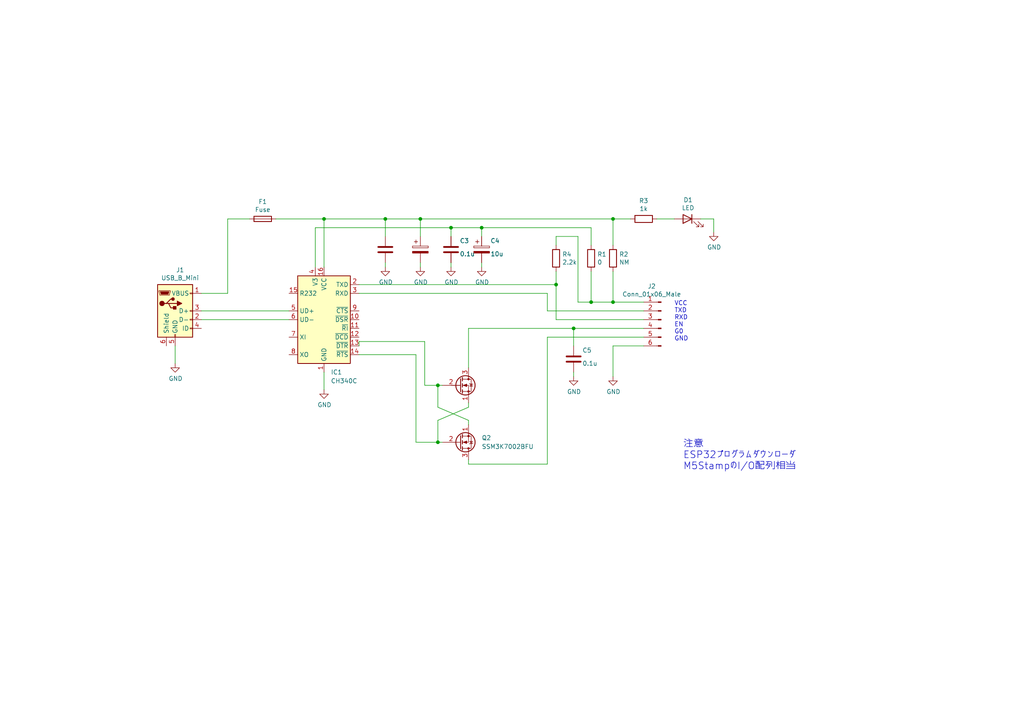
<source format=kicad_sch>
(kicad_sch (version 20230121) (generator eeschema)
  (paper "A4")
  (title_block (title "M5Stamp Downloader") (date "2022-05-03") (rev "0") (company "JK1MLY"))
  (lib_symbols
    (symbol "Connector:Conn_01x06_Male" (pin_names (offset 1.016) hide)
      (property "Reference" "J" (at 0 7.62 0))
      (property "Value" "Conn_01x06_Male" (at 0 -10.16 0))
      (symbol "Conn_01x06_Male_1_1"
        (polyline (pts (xy 1.27 -7.62) (xy 0.8636 -7.62)) (stroke (width 0.1524)))
        (polyline (pts (xy 1.27 -5.08) (xy 0.8636 -5.08)) (stroke (width 0.1524)))
        (polyline (pts (xy 1.27 -2.54) (xy 0.8636 -2.54)) (stroke (width 0.1524)))
        (polyline (pts (xy 1.27 0) (xy 0.8636 0)) (stroke (width 0.1524)))
        (polyline (pts (xy 1.27 2.54) (xy 0.8636 2.54)) (stroke (width 0.1524)))
        (polyline (pts (xy 1.27 5.08) (xy 0.8636 5.08)) (stroke (width 0.1524)))
        (rectangle (start 0.8636 -7.493) (end 0 -7.747) (stroke (width 0.1524)) (fill (type outline)))
        (rectangle (start 0.8636 -4.953) (end 0 -5.207) (stroke (width 0.1524)) (fill (type outline)))
        (rectangle (start 0.8636 -2.413) (end 0 -2.667) (stroke (width 0.1524)) (fill (type outline)))
        (rectangle (start 0.8636 0.127) (end 0 -0.127) (stroke (width 0.1524)) (fill (type outline)))
        (rectangle (start 0.8636 2.667) (end 0 2.413) (stroke (width 0.1524)) (fill (type outline)))
        (rectangle (start 0.8636 5.207) (end 0 4.953) (stroke (width 0.1524)) (fill (type outline)))
        (pin passive line (at 5.08 5.08 180) (length 3.81) (name "Pin_1") (number "1"))
        (pin passive line (at 5.08 2.54 180) (length 3.81) (name "Pin_2") (number "2"))
        (pin passive line (at 5.08 0 180) (length 3.81) (name "Pin_3") (number "3"))
        (pin passive line (at 5.08 -2.54 180) (length 3.81) (name "Pin_4") (number "4"))
        (pin passive line (at 5.08 -5.08 180) (length 3.81) (name "Pin_5") (number "5"))
        (pin passive line (at 5.08 -7.62 180) (length 3.81) (name "Pin_6") (number "6"))
      )
    )
    (symbol "Connector:USB_B_Mini" (pin_names (offset 1.016))
      (property "Reference" "J" (at -5.08 11.43 0))
      (property "Value" "USB_B_Mini" (at -5.08 8.89 0))
      (symbol "USB_B_Mini_0_1"
        (rectangle (start -5.08 -7.62) (end 5.08 7.62) (stroke (width 0.254)) (fill (type background)))
        (circle (center -3.81 2.159) (radius 0.635) (stroke (width 0.254)) (fill (type outline)))
        (circle (center -0.635 3.429) (radius 0.381) (stroke (width 0.254)) (fill (type outline)))
        (rectangle (start -0.127 -7.62) (end 0.127 -6.858))
        (polyline (pts (xy -1.905 2.159) (xy 0.635 2.159)) (stroke (width 0.254)))
        (polyline (pts (xy -3.175 2.159) (xy -2.54 2.159) (xy -1.27 3.429) (xy -0.635 3.429)) (stroke (width 0.254)))
        (polyline (pts (xy -2.54 2.159) (xy -1.905 2.159) (xy -1.27 0.889) (xy 0 0.889)) (stroke (width 0.254)))
        (polyline (pts (xy 0.635 2.794) (xy 0.635 1.524) (xy 1.905 2.159) (xy 0.635 2.794)) (stroke (width 0.254)) (fill (type outline)))
        (polyline (pts (xy -4.318 5.588) (xy -1.778 5.588) (xy -2.032 4.826) (xy -4.064 4.826) (xy -4.318 5.588)) (fill (type outline)))
        (polyline (pts (xy -4.699 5.842) (xy -4.699 5.588) (xy -4.445 4.826) (xy -4.445 4.572) (xy -1.651 4.572) (xy -1.651 4.826) (xy -1.397 5.588) (xy -1.397 5.842) (xy -4.699 5.842)))
        (rectangle (start 0.254 1.27) (end -0.508 0.508) (stroke (width 0.254)) (fill (type outline)))
        (rectangle (start 5.08 -5.207) (end 4.318 -4.953))
        (rectangle (start 5.08 -2.667) (end 4.318 -2.413))
        (rectangle (start 5.08 -0.127) (end 4.318 0.127))
        (rectangle (start 5.08 4.953) (end 4.318 5.207))
      )
      (symbol "USB_B_Mini_1_1"
        (pin power_out line (at 7.62 5.08 180) (length 2.54) (name "VBUS") (number "1"))
        (pin bidirectional line (at 7.62 -2.54 180) (length 2.54) (name "D-") (number "2"))
        (pin bidirectional line (at 7.62 0 180) (length 2.54) (name "D+") (number "3"))
        (pin passive line (at 7.62 -5.08 180) (length 2.54) (name "ID") (number "4"))
        (pin power_out line (at 0 -10.16 90) (length 2.54) (name "GND") (number "5"))
        (pin passive line (at -2.54 -10.16 90) (length 2.54) (name "Shield") (number "6"))
      )
    )
    (symbol "Device:C" (pin_numbers hide) (pin_names (offset 0.254))
      (property "Reference" "C" (at 0.635 2.54 0))
      (property "Value" "C" (at 0.635 -2.54 0))
      (symbol "C_0_1"
        (polyline (pts (xy -2.032 -0.762) (xy 2.032 -0.762)) (stroke (width 0.508)))
        (polyline (pts (xy -2.032 0.762) (xy 2.032 0.762)) (stroke (width 0.508)))
      )
      (symbol "C_1_1"
        (pin passive line (at 0 3.81 270) (length 2.794) (name "~") (number "1"))
        (pin passive line (at 0 -3.81 90) (length 2.794) (name "~") (number "2"))
      )
    )
    (symbol "Device:C_Polarized" (pin_numbers hide) (pin_names (offset 0.254))
      (property "Reference" "C" (at 0.635 2.54 0))
      (property "Value" "C_Polarized" (at 0.635 -2.54 0))
      (symbol "C_Polarized_0_1"
        (rectangle (start -2.286 0.508) (end 2.286 1.016))
        (polyline (pts (xy -1.778 2.286) (xy -0.762 2.286)))
        (polyline (pts (xy -1.27 2.794) (xy -1.27 1.778)))
        (rectangle (start 2.286 -0.508) (end -2.286 -1.016) (fill (type outline)))
      )
      (symbol "C_Polarized_1_1"
        (pin passive line (at 0 3.81 270) (length 2.794) (name "~") (number "1"))
        (pin passive line (at 0 -3.81 90) (length 2.794) (name "~") (number "2"))
      )
    )
    (symbol "Device:Fuse" (pin_numbers hide) (pin_names (offset 0))
      (property "Reference" "F" (at 2.032 0 90))
      (property "Value" "Fuse" (at -1.905 0 90))
      (symbol "Fuse_0_1"
        (rectangle (start -0.762 -2.54) (end 0.762 2.54) (stroke (width 0.254)))
        (polyline (pts (xy 0 2.54) (xy 0 -2.54)))
      )
      (symbol "Fuse_1_1"
        (pin passive line (at 0 3.81 270) (length 1.27) (name "~") (number "1"))
        (pin passive line (at 0 -3.81 90) (length 1.27) (name "~") (number "2"))
      )
    )
    (symbol "Device:LED" (pin_numbers hide) (pin_names (offset 1.016) hide)
      (property "Reference" "D" (at 0 2.54 0))
      (property "Value" "LED" (at 0 -2.54 0))
      (symbol "LED_0_1"
        (polyline (pts (xy -1.27 -1.27) (xy -1.27 1.27)) (stroke (width 0.254)))
        (polyline (pts (xy -1.27 0) (xy 1.27 0)))
        (polyline (pts (xy 1.27 -1.27) (xy 1.27 1.27) (xy -1.27 0) (xy 1.27 -1.27)) (stroke (width 0.254)))
        (polyline (pts (xy -3.048 -0.762) (xy -4.572 -2.286) (xy -3.81 -2.286) (xy -4.572 -2.286) (xy -4.572 -1.524)))
        (polyline (pts (xy -1.778 -0.762) (xy -3.302 -2.286) (xy -2.54 -2.286) (xy -3.302 -2.286) (xy -3.302 -1.524)))
      )
      (symbol "LED_1_1"
        (pin passive line (at -3.81 0 0) (length 2.54) (name "K") (number "1"))
        (pin passive line (at 3.81 0 180) (length 2.54) (name "A") (number "2"))
      )
    )
    (symbol "Device:Q_NMOS_SGD" (pin_names (offset 0) hide)
      (property "Reference" "Q" (at 5.08 1.27 0))
      (property "Value" "Q_NMOS_SGD" (at 5.08 -1.27 0))
      (symbol "Q_NMOS_SGD_0_1"
        (polyline (pts (xy 0.254 0) (xy -2.54 0)))
        (polyline (pts (xy 0.254 1.905) (xy 0.254 -1.905)) (stroke (width 0.254)))
        (polyline (pts (xy 0.762 -1.27) (xy 0.762 -2.286)) (stroke (width 0.254)))
        (polyline (pts (xy 0.762 0.508) (xy 0.762 -0.508)) (stroke (width 0.254)))
        (polyline (pts (xy 0.762 2.286) (xy 0.762 1.27)) (stroke (width 0.254)))
        (polyline (pts (xy 2.54 2.54) (xy 2.54 1.778)))
        (polyline (pts (xy 2.54 -2.54) (xy 2.54 0) (xy 0.762 0)))
        (polyline (pts (xy 0.762 -1.778) (xy 3.302 -1.778) (xy 3.302 1.778) (xy 0.762 1.778)))
        (polyline (pts (xy 1.016 0) (xy 2.032 0.381) (xy 2.032 -0.381) (xy 1.016 0)) (fill (type outline)))
        (polyline (pts (xy 2.794 0.508) (xy 2.921 0.381) (xy 3.683 0.381) (xy 3.81 0.254)))
        (polyline (pts (xy 3.302 0.381) (xy 2.921 -0.254) (xy 3.683 -0.254) (xy 3.302 0.381)))
        (circle (center 1.651 0) (radius 2.794) (stroke (width 0.254)))
        (circle (center 2.54 -1.778) (radius 0.254) (fill (type outline)))
        (circle (center 2.54 1.778) (radius 0.254) (fill (type outline)))
      )
      (symbol "Q_NMOS_SGD_1_1"
        (pin passive line (at 2.54 -5.08 90) (length 2.54) (name "S") (number "1"))
        (pin input line (at -5.08 0 0) (length 5.08) (name "G") (number "2"))
        (pin passive line (at 2.54 5.08 270) (length 2.54) (name "D") (number "3"))
      )
    )
    (symbol "Device:R" (pin_numbers hide) (pin_names (offset 0))
      (property "Reference" "R" (at 2.032 0 90))
      (property "Value" "R" (at 0 0 90))
      (symbol "R_0_1"
        (rectangle (start -1.016 -2.54) (end 1.016 2.54) (stroke (width 0.254)))
      )
      (symbol "R_1_1"
        (pin passive line (at 0 3.81 270) (length 1.27) (name "~") (number "1"))
        (pin passive line (at 0 -3.81 90) (length 1.27) (name "~") (number "2"))
      )
    )
    (symbol "Interface_USB:CH340G"
      (property "Reference" "U" (at -5.08 13.97 0))
      (property "Value" "CH340G" (at 1.27 13.97 0))
      (symbol "CH340G_0_1"
        (rectangle (start -7.62 12.7) (end 7.62 -12.7) (stroke (width 0.254)) (fill (type background)))
      )
      (symbol "CH340G_1_1"
        (pin power_in line (at 0 -15.24 90) (length 2.54) (name "GND") (number "1"))
        (pin input line (at 10.16 0 180) (length 2.54) (name "~{DSR}") (number "10"))
        (pin input line (at 10.16 -2.54 180) (length 2.54) (name "~{RI}") (number "11"))
        (pin input line (at 10.16 -5.08 180) (length 2.54) (name "~{DCD}") (number "12"))
        (pin output line (at 10.16 -7.62 180) (length 2.54) (name "~{DTR}") (number "13"))
        (pin output line (at 10.16 -10.16 180) (length 2.54) (name "~{RTS}") (number "14"))
        (pin input line (at -10.16 7.62 0) (length 2.54) (name "R232") (number "15"))
        (pin power_in line (at 0 15.24 270) (length 2.54) (name "VCC") (number "16"))
        (pin output line (at 10.16 10.16 180) (length 2.54) (name "TXD") (number "2"))
        (pin input line (at 10.16 7.62 180) (length 2.54) (name "RXD") (number "3"))
        (pin passive line (at -2.54 15.24 270) (length 2.54) (name "V3") (number "4"))
        (pin bidirectional line (at -10.16 2.54 0) (length 2.54) (name "UD+") (number "5"))
        (pin bidirectional line (at -10.16 0 0) (length 2.54) (name "UD-") (number "6"))
        (pin input line (at -10.16 -5.08 0) (length 2.54) (name "XI") (number "7"))
        (pin output line (at -10.16 -10.16 0) (length 2.54) (name "XO") (number "8"))
        (pin input line (at 10.16 2.54 180) (length 2.54) (name "~{CTS}") (number "9"))
      )
    )
    (symbol "power:GND" (power) (pin_names (offset 0))
      (property "Value" "GND" (at 0 -3.81 0))
      (symbol "GND_0_1"
        (polyline (pts (xy 0 0) (xy 0 -1.27) (xy 1.27 -1.27) (xy 0 -2.54) (xy -1.27 -1.27) (xy 0 -1.27)))
      )
      (symbol "GND_1_1"
        (pin power_in line (at 0 0 270) (length 0) hide (name "GND") (number "1"))
      )
    )
  )
  (junction (at 127 111.76))
  (junction (at 127 128.27))
  (junction (at 111.76 63.5))
  (junction (at 121.92 63.5))
  (junction (at 161.29 82.55))
  (junction (at 139.7 66.04))
  (junction (at 130.81 66.04))
  (junction (at 177.8 63.5))
  (junction (at 93.98 63.5))
  (junction (at 166.37 95.25))
  (junction (at 171.45 87.63))
  (junction (at 177.8 87.63))
  (wire (pts (xy 167.64 68.58) (xy 167.64 87.63)))
  (wire (pts (xy 104.14 82.55) (xy 161.29 82.55)))
  (wire (pts (xy 186.69 92.71) (xy 161.29 92.71)))
  (wire (pts (xy 135.89 116.84) (xy 135.89 118.11)))
  (wire (pts (xy 93.98 63.5) (xy 111.76 63.5)))
  (wire (pts (xy 91.44 66.04) (xy 91.44 77.47)))
  (wire (pts (xy 104.14 102.87) (xy 120.65 102.87)))
  (wire (pts (xy 161.29 71.12) (xy 161.29 68.58)))
  (wire (pts (xy 186.69 95.25) (xy 166.37 95.25)))
  (wire (pts (xy 161.29 68.58) (xy 167.64 68.58)))
  (wire (pts (xy 130.81 76.2) (xy 130.81 77.47)))
  (wire (pts (xy 123.19 99.06) (xy 123.19 111.76)))
  (wire (pts (xy 166.37 95.25) (xy 135.89 95.25)))
  (wire (pts (xy 186.69 90.17) (xy 158.75 90.17)))
  (wire (pts (xy 58.42 85.09) (xy 66.04 85.09)))
  (wire (pts (xy 120.65 128.27) (xy 127 128.27)))
  (wire (pts (xy 50.8 100.33) (xy 50.8 105.41)))
  (wire (pts (xy 91.44 66.04) (xy 130.81 66.04)))
  (wire (pts (xy 186.69 100.33) (xy 177.8 100.33)))
  (wire (pts (xy 80.01 63.5) (xy 93.98 63.5)))
  (wire (pts (xy 127 128.27) (xy 128.27 128.27)))
  (wire (pts (xy 167.64 87.63) (xy 171.45 87.63)))
  (wire (pts (xy 207.01 63.5) (xy 207.01 67.31)))
  (wire (pts (xy 135.89 133.35) (xy 135.89 134.62)))
  (wire (pts (xy 171.45 78.74) (xy 171.45 87.63)))
  (wire (pts (xy 83.82 92.71) (xy 58.42 92.71)))
  (wire (pts (xy 135.89 95.25) (xy 135.89 106.68)))
  (wire (pts (xy 111.76 76.2) (xy 111.76 77.47)))
  (wire (pts (xy 177.8 87.63) (xy 186.69 87.63)))
  (wire (pts (xy 58.42 90.17) (xy 83.82 90.17)))
  (wire (pts (xy 121.92 63.5) (xy 121.92 68.58)))
  (wire (pts (xy 135.89 134.62) (xy 158.75 134.62)))
  (wire (pts (xy 104.14 85.09) (xy 158.75 85.09)))
  (wire (pts (xy 93.98 107.95) (xy 93.98 113.03)))
  (wire (pts (xy 166.37 107.95) (xy 166.37 109.22)))
  (wire (pts (xy 139.7 66.04) (xy 139.7 68.58)))
  (wire (pts (xy 139.7 66.04) (xy 171.45 66.04)))
  (wire (pts (xy 66.04 63.5) (xy 72.39 63.5)))
  (wire (pts (xy 127 111.76) (xy 127 118.11)))
  (wire (pts (xy 66.04 85.09) (xy 66.04 63.5)))
  (wire (pts (xy 135.89 123.19) (xy 135.89 121.92)))
  (wire (pts (xy 127 121.92) (xy 135.89 118.11)))
  (wire (pts (xy 166.37 95.25) (xy 166.37 100.33)))
  (wire (pts (xy 182.88 63.5) (xy 177.8 63.5)))
  (wire (pts (xy 171.45 66.04) (xy 171.45 71.12)))
  (wire (pts (xy 120.65 128.27) (xy 120.65 102.87)))
  (wire (pts (xy 104.14 100.33) (xy 104.14 99.06)))
  (wire (pts (xy 171.45 87.63) (xy 177.8 87.63)))
  (wire (pts (xy 111.76 63.5) (xy 121.92 63.5)))
  (wire (pts (xy 158.75 85.09) (xy 158.75 90.17)))
  (wire (pts (xy 93.98 63.5) (xy 93.98 77.47)))
  (wire (pts (xy 139.7 76.2) (xy 139.7 77.47)))
  (wire (pts (xy 111.76 63.5) (xy 111.76 68.58)))
  (wire (pts (xy 190.5 63.5) (xy 195.58 63.5)))
  (wire (pts (xy 130.81 66.04) (xy 139.7 66.04)))
  (wire (pts (xy 161.29 78.74) (xy 161.29 82.55)))
  (wire (pts (xy 127 118.11) (xy 135.89 121.92)))
  (wire (pts (xy 121.92 76.2) (xy 121.92 77.47)))
  (wire (pts (xy 161.29 82.55) (xy 161.29 92.71)))
  (wire (pts (xy 130.81 66.04) (xy 130.81 68.58)))
  (wire (pts (xy 177.8 78.74) (xy 177.8 87.63)))
  (wire (pts (xy 177.8 100.33) (xy 177.8 109.22)))
  (wire (pts (xy 121.92 63.5) (xy 177.8 63.5)))
  (wire (pts (xy 104.14 99.06) (xy 123.19 99.06)))
  (wire (pts (xy 127 111.76) (xy 123.19 111.76)))
  (wire (pts (xy 203.2 63.5) (xy 207.01 63.5)))
  (wire (pts (xy 127 128.27) (xy 127 121.92)))
  (wire (pts (xy 158.75 134.62) (xy 158.75 97.79)))
  (wire (pts (xy 177.8 63.5) (xy 177.8 71.12)))
  (wire (pts (xy 158.75 97.79) (xy 186.69 97.79)))
  (wire (pts (xy 127 111.76) (xy 128.27 111.76)))
  (text "VCC\nTXD\nRXD\nEN\nG0\nGND" (at 195.58 99.06 0) (effects (font (size 1.27 1.27)) (justify left bottom)))
  (text "注意\nESP32プログラムダウンローダ\nM5StampのI/O配列相当\n\n" (at 198.12 139.7 0) (effects (font (size 2 2)) (justify left bottom)))
  (symbol (lib_id "Connector:Conn_01x06_Male") (at 191.77 92.71 0) (mirror y) (unit 1)
    (property "Reference" "J2" (at 189.0268 83.0326 0))
    (property "Value" "Conn_01x06_Male" (at 189.0268 85.344 0))
    (property "Footprint" "Connector_PinHeader_2.54mm:PinHeader_1x06_P2.54mm_Vertical" (effects hide))
    (property "Datasheet" "C-01627" (effects hide))
  )
  (symbol (lib_id "power:GND") (at 177.8 109.22 0) (unit 1)
    (property "Reference" "#PWR03" (effects hide))
    (property "Value" "GND" (at 177.927 113.6142 0))
  )
  (symbol (lib_id "power:GND") (at 93.98 113.03 0) (unit 1)
    (property "Reference" "#PWR02" (effects hide))
    (property "Value" "GND" (at 94.107 117.4242 0))
  )
  (symbol (lib_id "power:GND") (at 50.8 105.41 0) (unit 1)
    (property "Reference" "#PWR01" (effects hide))
    (property "Value" "GND" (at 50.927 109.8042 0))
  )
  (symbol (lib_id "Device:R") (at 177.8 74.93 0) (unit 1)
    (property "Reference" "R2" (at 179.578 73.7616 0) (effects (justify left)))
    (property "Value" "NM" (at 179.578 76.073 0) (effects (justify left)))
    (property "Footprint" "Resistor_SMD:R_0603_1608Metric" (effects hide))
  )
  (symbol (lib_id "Device:R") (at 171.45 74.93 0) (mirror y) (unit 1)
    (property "Reference" "R1" (at 173.228 73.7616 0) (effects (justify right)))
    (property "Value" "0" (at 173.228 76.073 0) (effects (justify right)))
    (property "Footprint" "Resistor_SMD:R_0603_1608Metric" (effects hide))
    (property "Datasheet" "R-11619" (effects hide))
  )
  (symbol (lib_id "Device:Fuse") (at 76.2 63.5 270) (unit 1)
    (property "Reference" "F1" (at 76.2 58.4962 90))
    (property "Value" "Fuse" (at 76.2 60.8076 90))
    (property "Footprint" "Fuse:Fuse_0603_1608Metric" (effects hide))
    (property "Datasheet" "P-14311" (effects hide))
  )
  (symbol (lib_id "Device:R") (at 186.69 63.5 90) (unit 1)
    (property "Reference" "R3" (at 186.69 58.2422 90))
    (property "Value" "1k" (at 186.69 60.5536 90))
    (property "Footprint" "Resistor_SMD:R_0603_1608Metric" (effects hide))
  )
  (symbol (lib_id "Device:LED") (at 199.39 63.5 0) (mirror y) (unit 1)
    (property "Reference" "D1" (at 199.5678 57.9882 0))
    (property "Value" "LED" (at 199.5678 60.2996 0))
    (property "Footprint" "LED_SMD:LED_0603_1608Metric" (effects hide))
    (property "Datasheet" "I-11878" (effects hide))
  )
  (symbol (lib_id "power:GND") (at 207.01 67.31 0) (unit 1)
    (property "Reference" "#PWR04" (effects hide))
    (property "Value" "GND" (at 207.137 71.7042 0))
  )
  (symbol (lib_id "Connector:USB_B_Mini") (at 50.8 90.17 0) (unit 1)
    (property "Reference" "J1" (at 52.2478 78.3082 0))
    (property "Value" "USB_B_Mini" (at 52.2478 80.6196 0))
    (property "Footprint" "digikey-footprints:USB_Mini_B_Female_aki" (effects hide))
    (property "Datasheet" "C-02235" (effects hide))
  )
  (symbol (lib_id "Device:Q_NMOS_SGD") (at 133.35 111.76 0) (unit 1)
    (property "Reference" "Q1" (at 139.7 110.4899 0) (effects (justify left)))
    (property "Value" "SSM3K7002BFU" (at 139.7 113.0299 0) (effects (justify left)))
    (property "Footprint" "Package_TO_SOT_SMD:SOT-323_SC-70" (effects hide))
    (property "Datasheet" "I-08576" (effects hide))
    (property "Footprint" "Package_TO_SOT_SMD:SOT-323_SC-70" (effects hide))
    (property "Reference" "Q1" (effects hide))
    (property "Value" "SSM3K7002BFU" (effects hide))
  )
  (symbol (lib_id "power:GND") (at 121.92 77.47 0) (unit 1)
    (property "Reference" "#PWR06" (effects hide))
    (property "Value" "GND" (at 122.047 81.8642 0))
  )
  (symbol (lib_id "Device:C") (at 111.76 72.39 0) (unit 1)
    (property "Reference" "C1" (at 114.3 69.85 0) (effects (justify left)))
    (property "Value" "0.1u" (at 114.3 73.66 0) (effects (justify left)))
    (property "Footprint" "Capacitor_SMD:C_0603_1608Metric" (effects hide))
    (property "Datasheet" "P-16143" (effects hide))
    (property "Footprint" "UserLib:0603" (effects hide))
    (property "Reference" "C1" (effects hide))
    (property "Value" "0.1u" (effects hide))
  )
  (symbol (lib_id "Interface_USB:CH340G") (at 93.98 92.71 0) (unit 1)
    (property "Reference" "IC1" (at 95.9359 107.95 0) (effects (justify left)))
    (property "Value" "CH340C" (at 95.9359 110.49 0) (effects (justify left)))
    (property "Footprint" "Package_SO:SOIC-16_3.9x9.9mm_P1.27mm" (effects hide))
    (property "Datasheet" "aitendo" (effects hide))
  )
  (symbol (lib_id "power:GND") (at 166.37 109.22 0) (unit 1)
    (property "Reference" "#PWR09" (effects hide))
    (property "Value" "GND" (at 166.497 113.6142 0))
  )
  (symbol (lib_id "power:GND") (at 130.81 77.47 0) (unit 1)
    (property "Reference" "#PWR07" (effects hide))
    (property "Value" "GND" (at 130.937 81.8642 0))
  )
  (symbol (lib_id "Device:C_Polarized") (at 139.7 72.39 0) (unit 1)
    (property "Reference" "C4" (at 142.24 69.85 0) (effects (justify left)))
    (property "Value" "10u" (at 142.24 73.66 0) (effects (justify left)))
    (property "Footprint" "Capacitor_THT:CP_Radial_D4.0mm_P1.50mm" (effects hide))
    (property "Datasheet" "P-10590" (effects hide))
  )
  (symbol (lib_id "power:GND") (at 139.7 77.47 0) (unit 1)
    (property "Reference" "#PWR08" (effects hide))
    (property "Value" "GND" (at 139.827 81.8642 0))
  )
  (symbol (lib_id "Device:Q_NMOS_SGD") (at 133.35 128.27 0) (mirror x) (unit 1)
    (property "Reference" "Q2" (at 139.7 126.9999 0) (effects (justify left)))
    (property "Value" "SSM3K7002BFU" (at 139.7 129.5399 0) (effects (justify left)))
    (property "Footprint" "Package_TO_SOT_SMD:SOT-323_SC-70" (effects hide))
    (property "Datasheet" "I-08576" (effects hide))
  )
  (symbol (lib_id "power:GND") (at 111.76 77.47 0) (unit 1)
    (property "Reference" "#PWR05" (effects hide))
    (property "Value" "GND" (at 111.887 81.8642 0))
  )
  (symbol (lib_id "Device:C_Polarized") (at 121.92 72.39 0) (unit 1)
    (property "Reference" "C2" (at 124.46 69.85 0) (effects (justify left)))
    (property "Value" "10u" (at 124.46 73.66 0) (effects (justify left)))
    (property "Footprint" "Capacitor_THT:CP_Radial_D4.0mm_P1.50mm" (effects hide))
    (property "Datasheet" "P-10590" (effects hide))
    (property "Footprint" "Capacitor_THT:CP_Radial_D5.0mm_P2.00mm" (effects hide))
    (property "Reference" "C2" (effects hide))
    (property "Value" "10u" (effects hide))
  )
  (symbol (lib_id "Device:C") (at 166.37 104.14 0) (unit 1)
    (property "Reference" "C5" (at 168.91 101.6 0) (effects (justify left)))
    (property "Value" "0.1u" (at 168.91 105.41 0) (effects (justify left)))
    (property "Footprint" "Capacitor_SMD:C_0603_1608Metric" (effects hide))
    (property "Datasheet" "P-16143" (effects hide))
  )
  (symbol (lib_id "Device:C") (at 130.81 72.39 0) (unit 1)
    (property "Reference" "C3" (at 133.35 69.85 0) (effects (justify left)))
    (property "Value" "0.1u" (at 133.35 73.66 0) (effects (justify left)))
    (property "Footprint" "Capacitor_SMD:C_0603_1608Metric" (effects hide))
    (property "Datasheet" "P-16143" (effects hide))
  )
  (symbol (lib_id "Device:R") (at 161.29 74.93 0) (mirror y) (unit 1)
    (property "Reference" "R4" (at 163.068 73.7616 0) (effects (justify right)))
    (property "Value" "2.2k" (at 163.068 76.073 0) (effects (justify right)))
    (property "Footprint" "Resistor_SMD:R_0603_1608Metric" (effects hide))
  )
)
</source>
